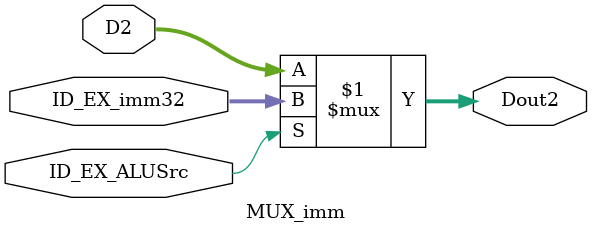
<source format=sv>


module  MUX_imm(
    ID_EX_ALUSrc,
    D2,
    ID_EX_imm32,
    Dout2
);

input   ID_EX_ALUSrc;
input   [31:0]D2, ID_EX_imm32;
output  [31:0]Dout2;

assign  Dout2 = (ID_EX_ALUSrc)? ID_EX_imm32 : D2;

endmodule

</source>
